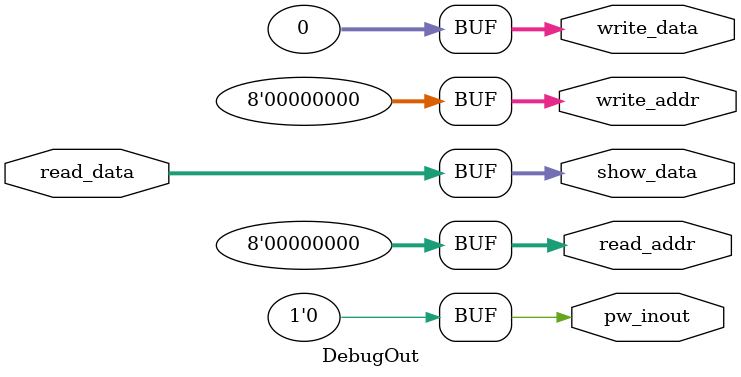
<source format=v>
module DebugOut (
	input [31:0] read_data,
	output [7:0] read_addr,
	output pw_inout,
	output [7:0] write_addr,
	output [31:0] write_data,
	output [31:0] show_data
	);
	
	assign show_data = read_data;
	assign read_addr = 0;
	assign write_data = 0;
	assign write_addr = 0;
	assign pw_inout = 0;
		
endmodule

</source>
